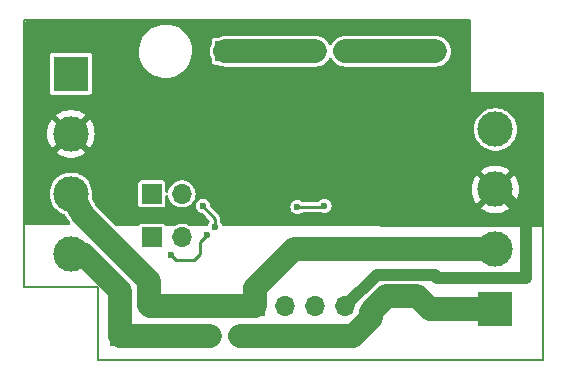
<source format=gbl>
G04 #@! TF.GenerationSoftware,KiCad,Pcbnew,7.0.1-3b83917a11~172~ubuntu20.04.1*
G04 #@! TF.CreationDate,2023-03-26T04:48:50+02:00*
G04 #@! TF.ProjectId,C64Saver2,43363453-6176-4657-9232-2e6b69636164,2.6*
G04 #@! TF.SameCoordinates,Original*
G04 #@! TF.FileFunction,Copper,L2,Bot*
G04 #@! TF.FilePolarity,Positive*
%FSLAX46Y46*%
G04 Gerber Fmt 4.6, Leading zero omitted, Abs format (unit mm)*
G04 Created by KiCad (PCBNEW 7.0.1-3b83917a11~172~ubuntu20.04.1) date 2023-03-26 04:48:50*
%MOMM*%
%LPD*%
G01*
G04 APERTURE LIST*
G04 #@! TA.AperFunction,ComponentPad*
%ADD10R,3.000000X3.000000*%
G04 #@! TD*
G04 #@! TA.AperFunction,ComponentPad*
%ADD11C,3.000000*%
G04 #@! TD*
G04 #@! TA.AperFunction,ComponentPad*
%ADD12R,1.700000X1.700000*%
G04 #@! TD*
G04 #@! TA.AperFunction,ComponentPad*
%ADD13O,1.700000X1.700000*%
G04 #@! TD*
G04 #@! TA.AperFunction,ViaPad*
%ADD14C,0.600000*%
G04 #@! TD*
G04 #@! TA.AperFunction,Conductor*
%ADD15C,2.000000*%
G04 #@! TD*
G04 #@! TA.AperFunction,Conductor*
%ADD16C,0.250000*%
G04 #@! TD*
G04 #@! TA.AperFunction,Conductor*
%ADD17C,0.254000*%
G04 #@! TD*
G04 #@! TA.AperFunction,Conductor*
%ADD18C,1.000000*%
G04 #@! TD*
G04 #@! TA.AperFunction,Profile*
%ADD19C,0.150000*%
G04 #@! TD*
G04 APERTURE END LIST*
D10*
X144399000Y-88265000D03*
D11*
X144399000Y-93345000D03*
X144399000Y-98425000D03*
X144399000Y-103505000D03*
D10*
X180340000Y-108204000D03*
D11*
X180340000Y-103124000D03*
X180340000Y-98044000D03*
X180340000Y-92964000D03*
D12*
X157480000Y-86360000D03*
D13*
X160020000Y-86360000D03*
X162560000Y-86360000D03*
X165100000Y-86360000D03*
X167640000Y-86360000D03*
X170180000Y-86360000D03*
X172720000Y-86360000D03*
X175260000Y-86360000D03*
X166370000Y-110490000D03*
X163830000Y-110490000D03*
X161290000Y-110490000D03*
X158750000Y-110490000D03*
X156210000Y-110490000D03*
X153670000Y-110490000D03*
X151130000Y-110490000D03*
D12*
X148590000Y-110490000D03*
X160020000Y-107950000D03*
D13*
X162560000Y-107950000D03*
X165100000Y-107950000D03*
X167640000Y-107950000D03*
D12*
X151252000Y-98425000D03*
D13*
X153792000Y-98425000D03*
D12*
X151252000Y-102108000D03*
D13*
X153792000Y-102108000D03*
D14*
X163576000Y-99568000D03*
X165862000Y-99441000D03*
X155575000Y-99441000D03*
X156591000Y-101219000D03*
X152908000Y-103632000D03*
X155913460Y-101875270D03*
D15*
X144399000Y-98425000D02*
X145415000Y-100203000D01*
X151003000Y-107823000D02*
X151130000Y-107950000D01*
X145415000Y-100203000D02*
X151003000Y-105844734D01*
X151003000Y-105844734D02*
X151003000Y-107823000D01*
X151130000Y-107950000D02*
X160020000Y-107950000D01*
X148590000Y-106683720D02*
X148590000Y-110490000D01*
X145411280Y-103505000D02*
X148590000Y-106683720D01*
X144399000Y-103505000D02*
X145411280Y-103505000D01*
D16*
X165735000Y-99568000D02*
X165862000Y-99441000D01*
X163576000Y-99568000D02*
X165735000Y-99568000D01*
D17*
X155575000Y-99441000D02*
X156591000Y-100584000D01*
X156591000Y-100584000D02*
X156591000Y-101219000D01*
X155302547Y-102486183D02*
X155913460Y-101875270D01*
X153289000Y-104013000D02*
X154813000Y-104013000D01*
X152908000Y-103632000D02*
X153289000Y-104013000D01*
X154813000Y-104013000D02*
X155302547Y-103523453D01*
X155302547Y-103523453D02*
X155302547Y-102486183D01*
D15*
X157480000Y-86360000D02*
X165100000Y-86360000D01*
D18*
X175431706Y-105512608D02*
X182967892Y-105512608D01*
X182967892Y-100417892D02*
X180594000Y-98044000D01*
X182967892Y-105512608D02*
X182967892Y-100417892D01*
X167640000Y-107950000D02*
X170277392Y-105312608D01*
X175231706Y-105312608D02*
X175431706Y-105512608D01*
X170277392Y-105312608D02*
X175231706Y-105312608D01*
D15*
X170180000Y-86360000D02*
X167640000Y-86360000D01*
X175260000Y-86360000D02*
X172720000Y-86360000D01*
X172720000Y-86360000D02*
X170180000Y-86360000D01*
X169790001Y-108982001D02*
X168282002Y-110490000D01*
X174811342Y-108204000D02*
X173719961Y-107112619D01*
X169790001Y-108402577D02*
X169790001Y-108982001D01*
X167572081Y-110490000D02*
X166370000Y-110490000D01*
X163830000Y-110490000D02*
X161290000Y-110490000D01*
X180594000Y-108204000D02*
X174811342Y-108204000D01*
X171079959Y-107112619D02*
X169790001Y-108402577D01*
X173719961Y-107112619D02*
X171079959Y-107112619D01*
X168282002Y-110490000D02*
X167572081Y-110490000D01*
X161290000Y-110490000D02*
X158750000Y-110490000D01*
X166370000Y-110490000D02*
X163830000Y-110490000D01*
X160020000Y-106426000D02*
X160020000Y-107950000D01*
X163322000Y-103124000D02*
X160020000Y-106426000D01*
X180594000Y-103124000D02*
X163322000Y-103124000D01*
X153670000Y-110490000D02*
X151130000Y-110490000D01*
X151130000Y-110490000D02*
X148590000Y-110490000D01*
X156210000Y-110490000D02*
X153670000Y-110490000D01*
G04 #@! TA.AperFunction,Conductor*
G36*
X178042500Y-83785381D02*
G01*
X178088619Y-83831500D01*
X178105500Y-83894500D01*
X178105500Y-89870470D01*
X178103586Y-89892350D01*
X178101875Y-89902047D01*
X178103586Y-89911746D01*
X178105128Y-89929373D01*
X178109707Y-89946467D01*
X178111418Y-89956171D01*
X178114935Y-89962262D01*
X178119452Y-89967645D01*
X178127982Y-89972570D01*
X178145972Y-89985167D01*
X178153518Y-89991499D01*
X178153519Y-89991499D01*
X178153520Y-89991500D01*
X178153521Y-89991500D01*
X178160123Y-89993903D01*
X178167047Y-89995124D01*
X178167047Y-89995123D01*
X178167048Y-89995124D01*
X178176746Y-89993413D01*
X178198625Y-89991500D01*
X184202500Y-89991500D01*
X184265500Y-90008381D01*
X184311619Y-90054500D01*
X184328500Y-90117500D01*
X184328500Y-101091006D01*
X184311560Y-101154108D01*
X184265296Y-101200243D01*
X184202146Y-101217005D01*
X184052024Y-101216584D01*
X157292677Y-101141416D01*
X157244595Y-101131734D01*
X157203852Y-101104428D01*
X157176622Y-101063634D01*
X157163354Y-101031603D01*
X157115536Y-100916159D01*
X157044537Y-100823631D01*
X157025187Y-100787428D01*
X157018500Y-100746927D01*
X157018500Y-100631431D01*
X157020337Y-100609995D01*
X157020484Y-100609141D01*
X157023231Y-100593232D01*
X157019535Y-100564571D01*
X157018892Y-100554563D01*
X157018500Y-100551961D01*
X157014598Y-100526080D01*
X157014246Y-100523566D01*
X157006749Y-100465420D01*
X157006748Y-100465419D01*
X157006151Y-100460783D01*
X157004122Y-100456569D01*
X156978715Y-100403812D01*
X156977597Y-100401423D01*
X156951387Y-100343887D01*
X156908388Y-100297546D01*
X156906578Y-100295553D01*
X156259865Y-99568000D01*
X162970318Y-99568000D01*
X162970922Y-99572585D01*
X162990955Y-99724761D01*
X163051464Y-99870842D01*
X163147717Y-99996282D01*
X163273157Y-100092535D01*
X163273158Y-100092535D01*
X163273159Y-100092536D01*
X163419238Y-100153044D01*
X163576000Y-100173682D01*
X163732762Y-100153044D01*
X163878841Y-100092536D01*
X163878841Y-100092535D01*
X163878843Y-100092535D01*
X163973975Y-100019538D01*
X164010178Y-100000187D01*
X164050679Y-99993500D01*
X165601607Y-99993500D01*
X165649823Y-100003090D01*
X165705238Y-100026044D01*
X165862000Y-100046682D01*
X166018762Y-100026044D01*
X166164841Y-99965536D01*
X166290282Y-99869282D01*
X166386536Y-99743841D01*
X166432658Y-99632494D01*
X179110715Y-99632494D01*
X179179321Y-99688310D01*
X179414026Y-99831036D01*
X179665989Y-99940480D01*
X179930513Y-100014596D01*
X180202645Y-100052000D01*
X180477355Y-100052000D01*
X180749486Y-100014596D01*
X181014010Y-99940480D01*
X181265970Y-99831038D01*
X181500681Y-99688307D01*
X181569283Y-99632493D01*
X181569283Y-99632492D01*
X180340001Y-98403210D01*
X180339999Y-98403210D01*
X179110715Y-99632492D01*
X179110715Y-99632494D01*
X166432658Y-99632494D01*
X166447044Y-99597762D01*
X166467682Y-99441000D01*
X166447044Y-99284238D01*
X166386536Y-99138159D01*
X166386535Y-99138158D01*
X166386535Y-99138157D01*
X166290282Y-99012717D01*
X166164842Y-98916464D01*
X166018761Y-98855955D01*
X165862000Y-98835318D01*
X165705238Y-98855955D01*
X165559157Y-98916464D01*
X165433719Y-99012716D01*
X165371958Y-99093205D01*
X165327724Y-99129506D01*
X165271996Y-99142500D01*
X164050679Y-99142500D01*
X164010178Y-99135813D01*
X163973975Y-99116462D01*
X163878843Y-99043464D01*
X163732761Y-98982955D01*
X163576000Y-98962318D01*
X163419238Y-98982955D01*
X163273157Y-99043464D01*
X163147717Y-99139717D01*
X163051464Y-99265157D01*
X162990955Y-99411238D01*
X162970318Y-99567999D01*
X162970318Y-99568000D01*
X156259865Y-99568000D01*
X156212240Y-99514422D01*
X156191820Y-99483097D01*
X156181492Y-99447158D01*
X156180681Y-99441002D01*
X156180682Y-99441000D01*
X156160044Y-99284238D01*
X156099536Y-99138159D01*
X156099535Y-99138158D01*
X156099535Y-99138157D01*
X156003282Y-99012717D01*
X155877842Y-98916464D01*
X155731761Y-98855955D01*
X155575000Y-98835318D01*
X155418238Y-98855955D01*
X155272157Y-98916464D01*
X155146717Y-99012717D01*
X155050464Y-99138157D01*
X154989955Y-99284238D01*
X154969318Y-99441000D01*
X154989955Y-99597761D01*
X155050464Y-99743842D01*
X155146717Y-99869282D01*
X155272156Y-99965535D01*
X155326119Y-99987887D01*
X155418238Y-100026044D01*
X155490415Y-100035545D01*
X155532991Y-100049146D01*
X155568141Y-100076756D01*
X155654297Y-100173682D01*
X156112106Y-100688717D01*
X156139492Y-100739273D01*
X156141566Y-100796732D01*
X156117895Y-100849130D01*
X156066465Y-100916156D01*
X156007008Y-101059696D01*
X155979611Y-101100656D01*
X155938599Y-101127976D01*
X155890245Y-101137477D01*
X154438932Y-101133401D01*
X154372955Y-101114528D01*
X154307020Y-101073702D01*
X154108198Y-100996679D01*
X154014806Y-100979221D01*
X153898610Y-100957500D01*
X153685390Y-100957500D01*
X153569194Y-100979221D01*
X153475801Y-100996679D01*
X153385652Y-101031603D01*
X153276981Y-101073702D01*
X153276980Y-101073702D01*
X153276979Y-101073703D01*
X153216887Y-101110909D01*
X153150205Y-101129780D01*
X152448617Y-101127809D01*
X152400589Y-101118150D01*
X152359876Y-101090904D01*
X152274766Y-101005794D01*
X152171992Y-100960415D01*
X152166965Y-100959831D01*
X152146865Y-100957500D01*
X152146861Y-100957500D01*
X150357134Y-100957500D01*
X150332009Y-100960414D01*
X150229234Y-101005794D01*
X150150828Y-101084200D01*
X150109787Y-101111581D01*
X150061379Y-101121104D01*
X148201823Y-101115881D01*
X148153517Y-101106106D01*
X148112658Y-101078550D01*
X146470972Y-99421078D01*
X146451094Y-99394924D01*
X146423739Y-99347052D01*
X146408204Y-99319865D01*
X150101500Y-99319865D01*
X150104414Y-99344990D01*
X150149794Y-99447766D01*
X150229233Y-99527205D01*
X150229234Y-99527205D01*
X150229235Y-99527206D01*
X150332009Y-99572585D01*
X150357135Y-99575500D01*
X152146864Y-99575499D01*
X152146865Y-99575499D01*
X152159427Y-99574041D01*
X152171991Y-99572585D01*
X152274765Y-99527206D01*
X152354206Y-99447765D01*
X152399585Y-99344991D01*
X152402500Y-99319865D01*
X152402499Y-98624305D01*
X152418422Y-98562996D01*
X152462168Y-98517181D01*
X152522679Y-98498442D01*
X152584661Y-98511517D01*
X152632448Y-98553099D01*
X152653961Y-98612680D01*
X152656243Y-98637307D01*
X152714594Y-98842387D01*
X152809635Y-99033257D01*
X152872470Y-99116462D01*
X152938128Y-99203407D01*
X153093436Y-99344990D01*
X153095698Y-99347052D01*
X153276978Y-99459297D01*
X153276981Y-99459298D01*
X153475802Y-99536321D01*
X153685390Y-99575500D01*
X153898608Y-99575500D01*
X153898610Y-99575500D01*
X154108198Y-99536321D01*
X154307019Y-99459298D01*
X154325646Y-99447765D01*
X154410986Y-99394924D01*
X154488302Y-99347052D01*
X154645872Y-99203407D01*
X154774366Y-99033255D01*
X154869405Y-98842389D01*
X154927756Y-98637310D01*
X154947429Y-98425000D01*
X154927756Y-98212690D01*
X154879759Y-98044000D01*
X178327308Y-98044000D01*
X178346053Y-98318056D01*
X178401945Y-98587020D01*
X178493936Y-98845860D01*
X178620318Y-99089765D01*
X178750540Y-99274248D01*
X178750541Y-99274248D01*
X179980790Y-98044001D01*
X180699210Y-98044001D01*
X181929457Y-99274247D01*
X182059683Y-99089761D01*
X182186063Y-98845860D01*
X182278054Y-98587020D01*
X182333946Y-98318056D01*
X182352691Y-98044000D01*
X182333946Y-97769943D01*
X182278054Y-97500979D01*
X182186063Y-97242139D01*
X182059683Y-96998238D01*
X181929457Y-96813750D01*
X180699210Y-98043999D01*
X180699210Y-98044001D01*
X179980790Y-98044001D01*
X179980790Y-98043999D01*
X178750541Y-96813750D01*
X178620316Y-96998240D01*
X178493936Y-97242139D01*
X178401945Y-97500979D01*
X178346053Y-97769943D01*
X178327308Y-98044000D01*
X154879759Y-98044000D01*
X154869405Y-98007611D01*
X154774366Y-97816745D01*
X154645872Y-97646593D01*
X154488302Y-97502948D01*
X154488301Y-97502947D01*
X154307021Y-97390702D01*
X154108198Y-97313679D01*
X153898610Y-97274500D01*
X153685390Y-97274500D01*
X153545664Y-97300619D01*
X153475801Y-97313679D01*
X153276978Y-97390702D01*
X153095698Y-97502947D01*
X152938127Y-97646594D01*
X152809635Y-97816742D01*
X152714594Y-98007612D01*
X152656243Y-98212693D01*
X152653961Y-98237321D01*
X152632448Y-98296902D01*
X152584661Y-98338485D01*
X152522679Y-98351560D01*
X152462168Y-98332821D01*
X152418422Y-98287006D01*
X152402499Y-98225694D01*
X152402499Y-97530134D01*
X152399585Y-97505009D01*
X152354205Y-97402233D01*
X152274766Y-97322794D01*
X152171992Y-97277415D01*
X152166965Y-97276832D01*
X152146865Y-97274500D01*
X152146861Y-97274500D01*
X150357134Y-97274500D01*
X150332009Y-97277414D01*
X150229233Y-97322794D01*
X150149794Y-97402233D01*
X150104415Y-97505007D01*
X150101500Y-97530138D01*
X150101500Y-99319865D01*
X146408204Y-99319865D01*
X146170578Y-98904021D01*
X146155344Y-98860011D01*
X146157137Y-98813471D01*
X146184383Y-98694103D01*
X146204549Y-98425000D01*
X146184383Y-98155897D01*
X146124334Y-97892805D01*
X146025743Y-97641602D01*
X145890815Y-97407898D01*
X145722561Y-97196915D01*
X145524741Y-97013365D01*
X145301775Y-96861349D01*
X145202935Y-96813750D01*
X145058641Y-96744261D01*
X144872197Y-96686751D01*
X144800772Y-96664720D01*
X144533929Y-96624500D01*
X144264071Y-96624500D01*
X143997228Y-96664720D01*
X143997224Y-96664721D01*
X143997225Y-96664721D01*
X143739358Y-96744261D01*
X143496225Y-96861349D01*
X143273258Y-97013364D01*
X143075442Y-97196912D01*
X143075439Y-97196915D01*
X142907185Y-97407898D01*
X142907183Y-97407901D01*
X142772258Y-97641599D01*
X142673665Y-97892806D01*
X142613617Y-98155894D01*
X142593451Y-98425000D01*
X142613617Y-98694105D01*
X142673665Y-98957193D01*
X142695457Y-99012716D01*
X142772257Y-99208398D01*
X142907185Y-99442102D01*
X143075439Y-99653085D01*
X143166012Y-99737124D01*
X143273258Y-99836635D01*
X143425274Y-99940276D01*
X143496226Y-99988651D01*
X143593602Y-100035545D01*
X143739358Y-100105738D01*
X143840154Y-100136829D01*
X143881794Y-100158895D01*
X143912414Y-100194717D01*
X144286364Y-100849130D01*
X144286448Y-100849276D01*
X144324663Y-100916204D01*
X144341242Y-100979221D01*
X144324122Y-101042094D01*
X144277882Y-101088007D01*
X144214889Y-101104680D01*
X140663146Y-101094705D01*
X140600296Y-101077706D01*
X140554322Y-101031603D01*
X140537500Y-100968705D01*
X140537500Y-96455505D01*
X179110714Y-96455505D01*
X180339999Y-97684790D01*
X180340000Y-97684790D01*
X181569283Y-96455504D01*
X181500678Y-96399689D01*
X181265973Y-96256963D01*
X181014010Y-96147519D01*
X180749486Y-96073403D01*
X180477355Y-96036000D01*
X180202645Y-96036000D01*
X179930513Y-96073403D01*
X179665989Y-96147519D01*
X179414026Y-96256963D01*
X179179322Y-96399689D01*
X179110715Y-96455505D01*
X179110714Y-96455505D01*
X140537500Y-96455505D01*
X140537500Y-94933494D01*
X143169715Y-94933494D01*
X143238321Y-94989310D01*
X143473026Y-95132036D01*
X143724989Y-95241480D01*
X143989513Y-95315596D01*
X144261645Y-95353000D01*
X144536355Y-95353000D01*
X144808486Y-95315596D01*
X145073010Y-95241480D01*
X145324970Y-95132038D01*
X145559681Y-94989307D01*
X145628283Y-94933493D01*
X145628283Y-94933492D01*
X144399001Y-93704210D01*
X144398999Y-93704210D01*
X143169715Y-94933492D01*
X143169715Y-94933494D01*
X140537500Y-94933494D01*
X140537500Y-93345000D01*
X142386308Y-93345000D01*
X142405053Y-93619056D01*
X142460945Y-93888020D01*
X142552936Y-94146860D01*
X142679318Y-94390765D01*
X142809540Y-94575248D01*
X142809541Y-94575248D01*
X144039790Y-93345001D01*
X144758210Y-93345001D01*
X145988457Y-94575247D01*
X146118683Y-94390761D01*
X146245063Y-94146860D01*
X146337054Y-93888020D01*
X146392946Y-93619056D01*
X146411691Y-93345000D01*
X146392946Y-93070943D01*
X146370723Y-92963999D01*
X178534451Y-92963999D01*
X178554617Y-93233105D01*
X178614665Y-93496193D01*
X178614666Y-93496195D01*
X178713257Y-93747398D01*
X178848185Y-93981102D01*
X179016439Y-94192085D01*
X179107012Y-94276124D01*
X179214258Y-94375635D01*
X179366273Y-94479276D01*
X179437226Y-94527651D01*
X179536060Y-94575247D01*
X179680358Y-94644738D01*
X179737868Y-94662477D01*
X179938228Y-94724280D01*
X180205071Y-94764500D01*
X180474927Y-94764500D01*
X180474929Y-94764500D01*
X180741772Y-94724280D01*
X180999641Y-94644738D01*
X181242775Y-94527651D01*
X181465741Y-94375635D01*
X181663561Y-94192085D01*
X181831815Y-93981102D01*
X181966743Y-93747398D01*
X182065334Y-93496195D01*
X182125383Y-93233103D01*
X182145549Y-92964000D01*
X182125383Y-92694897D01*
X182065334Y-92431805D01*
X181966743Y-92180602D01*
X181831815Y-91946898D01*
X181663561Y-91735915D01*
X181465741Y-91552365D01*
X181242775Y-91400349D01*
X181188898Y-91374403D01*
X180999641Y-91283261D01*
X180813197Y-91225751D01*
X180741772Y-91203720D01*
X180474929Y-91163500D01*
X180205071Y-91163500D01*
X179938228Y-91203720D01*
X179938224Y-91203721D01*
X179938225Y-91203721D01*
X179680358Y-91283261D01*
X179437225Y-91400349D01*
X179214258Y-91552364D01*
X179016442Y-91735912D01*
X179016439Y-91735915D01*
X178848185Y-91946898D01*
X178848183Y-91946901D01*
X178713258Y-92180599D01*
X178614665Y-92431806D01*
X178554617Y-92694894D01*
X178534451Y-92963999D01*
X146370723Y-92963999D01*
X146337054Y-92801979D01*
X146245063Y-92543139D01*
X146118683Y-92299238D01*
X145988457Y-92114750D01*
X144758210Y-93344999D01*
X144758210Y-93345001D01*
X144039790Y-93345001D01*
X144039790Y-93344999D01*
X142809541Y-92114750D01*
X142679316Y-92299240D01*
X142552936Y-92543139D01*
X142460945Y-92801979D01*
X142405053Y-93070943D01*
X142386308Y-93345000D01*
X140537500Y-93345000D01*
X140537500Y-91756505D01*
X143169714Y-91756505D01*
X144398999Y-92985790D01*
X144399000Y-92985790D01*
X145628283Y-91756504D01*
X145559678Y-91700689D01*
X145324973Y-91557963D01*
X145073010Y-91448519D01*
X144808486Y-91374403D01*
X144536355Y-91337000D01*
X144261645Y-91337000D01*
X143989513Y-91374403D01*
X143724989Y-91448519D01*
X143473026Y-91557963D01*
X143238322Y-91700689D01*
X143169715Y-91756505D01*
X143169714Y-91756505D01*
X140537500Y-91756505D01*
X140537500Y-89809865D01*
X142598500Y-89809865D01*
X142601414Y-89834990D01*
X142646794Y-89937766D01*
X142726233Y-90017205D01*
X142726234Y-90017205D01*
X142726235Y-90017206D01*
X142829009Y-90062585D01*
X142854135Y-90065500D01*
X145943864Y-90065499D01*
X145943865Y-90065499D01*
X145956427Y-90064041D01*
X145968991Y-90062585D01*
X146071765Y-90017206D01*
X146151206Y-89937765D01*
X146196585Y-89834991D01*
X146199500Y-89809865D01*
X146199499Y-86720136D01*
X146196585Y-86695009D01*
X146151206Y-86592235D01*
X146151205Y-86592234D01*
X146151205Y-86592233D01*
X146071766Y-86512794D01*
X145968992Y-86467415D01*
X145962709Y-86466686D01*
X145943865Y-86464500D01*
X145943862Y-86464500D01*
X142854134Y-86464500D01*
X142829009Y-86467414D01*
X142726233Y-86512794D01*
X142646794Y-86592233D01*
X142601415Y-86695007D01*
X142598500Y-86720137D01*
X142598500Y-89809865D01*
X140537500Y-89809865D01*
X140537500Y-86432833D01*
X150150803Y-86432833D01*
X150179705Y-86720136D01*
X150180962Y-86732622D01*
X150250811Y-87025721D01*
X150359103Y-87306894D01*
X150444216Y-87462206D01*
X150503906Y-87571127D01*
X150682632Y-87813696D01*
X150682634Y-87813698D01*
X150892100Y-88030284D01*
X151128565Y-88217018D01*
X151387810Y-88370569D01*
X151537446Y-88434020D01*
X151665208Y-88488196D01*
X151955806Y-88567800D01*
X152142237Y-88592872D01*
X152254427Y-88607960D01*
X152480319Y-88607960D01*
X152480324Y-88607960D01*
X152705714Y-88592872D01*
X153000983Y-88532856D01*
X153285617Y-88434020D01*
X153554539Y-88298128D01*
X153802949Y-88127604D01*
X154026413Y-87925492D01*
X154220945Y-87695399D01*
X154220947Y-87695397D01*
X154369810Y-87462206D01*
X154383073Y-87441430D01*
X154509903Y-87168118D01*
X154599173Y-86880339D01*
X154649289Y-86583230D01*
X154656752Y-86360000D01*
X156174532Y-86360000D01*
X156194365Y-86586692D01*
X156253260Y-86806496D01*
X156317695Y-86944675D01*
X156329500Y-86997925D01*
X156329500Y-87254865D01*
X156332414Y-87279990D01*
X156377794Y-87382766D01*
X156457233Y-87462205D01*
X156457234Y-87462205D01*
X156457235Y-87462206D01*
X156560009Y-87507585D01*
X156585135Y-87510500D01*
X156842075Y-87510499D01*
X156895324Y-87522303D01*
X157033504Y-87586739D01*
X157253308Y-87645635D01*
X157423216Y-87660500D01*
X165156779Y-87660500D01*
X165156784Y-87660500D01*
X165326692Y-87645635D01*
X165546496Y-87586739D01*
X165752734Y-87490568D01*
X165939139Y-87360047D01*
X166100047Y-87199139D01*
X166230568Y-87012734D01*
X166255805Y-86958612D01*
X166302300Y-86905596D01*
X166370000Y-86885863D01*
X166437700Y-86905596D01*
X166484194Y-86958612D01*
X166491902Y-86975142D01*
X166509432Y-87012735D01*
X166518526Y-87025722D01*
X166639953Y-87199139D01*
X166800861Y-87360047D01*
X166987266Y-87490568D01*
X167193504Y-87586739D01*
X167413308Y-87645635D01*
X167583216Y-87660500D01*
X170123216Y-87660500D01*
X170236784Y-87660500D01*
X172663216Y-87660500D01*
X172776784Y-87660500D01*
X175316779Y-87660500D01*
X175316784Y-87660500D01*
X175486692Y-87645635D01*
X175706496Y-87586739D01*
X175912734Y-87490568D01*
X176099139Y-87360047D01*
X176260047Y-87199139D01*
X176390568Y-87012734D01*
X176486739Y-86806496D01*
X176545635Y-86586692D01*
X176565468Y-86360000D01*
X176545635Y-86133308D01*
X176486739Y-85913504D01*
X176390568Y-85707266D01*
X176260047Y-85520861D01*
X176099139Y-85359953D01*
X175912734Y-85229432D01*
X175869990Y-85209500D01*
X175706495Y-85133260D01*
X175486692Y-85074365D01*
X175486691Y-85074364D01*
X175316784Y-85059500D01*
X172776784Y-85059500D01*
X170236784Y-85059500D01*
X167583216Y-85059500D01*
X167441625Y-85071887D01*
X167413307Y-85074365D01*
X167193504Y-85133260D01*
X166987265Y-85229432D01*
X166800858Y-85359955D01*
X166639955Y-85520858D01*
X166509430Y-85707267D01*
X166484194Y-85761387D01*
X166437699Y-85814404D01*
X166370000Y-85834136D01*
X166302301Y-85814404D01*
X166255806Y-85761387D01*
X166230569Y-85707267D01*
X166197937Y-85660664D01*
X166100047Y-85520861D01*
X165939139Y-85359953D01*
X165752734Y-85229432D01*
X165709990Y-85209500D01*
X165546495Y-85133260D01*
X165326692Y-85074365D01*
X165326691Y-85074364D01*
X165156784Y-85059500D01*
X157423216Y-85059500D01*
X157281625Y-85071887D01*
X157253307Y-85074365D01*
X157033501Y-85133261D01*
X156895322Y-85197695D01*
X156842073Y-85209500D01*
X156585134Y-85209500D01*
X156560009Y-85212414D01*
X156457233Y-85257794D01*
X156377794Y-85337233D01*
X156332415Y-85440007D01*
X156329500Y-85465138D01*
X156329500Y-85722075D01*
X156317695Y-85775325D01*
X156253260Y-85913503D01*
X156194365Y-86133307D01*
X156174532Y-86360000D01*
X154656752Y-86360000D01*
X154659357Y-86282091D01*
X154629198Y-85982298D01*
X154559349Y-85689199D01*
X154451057Y-85408026D01*
X154306255Y-85143795D01*
X154306253Y-85143792D01*
X154127527Y-84901223D01*
X154019407Y-84789428D01*
X153918060Y-84684636D01*
X153681595Y-84497902D01*
X153422350Y-84344351D01*
X153422347Y-84344350D01*
X153422346Y-84344349D01*
X153144951Y-84226723D01*
X152854353Y-84147119D01*
X152584347Y-84110808D01*
X152555733Y-84106960D01*
X152329836Y-84106960D01*
X152217141Y-84114503D01*
X152104441Y-84122048D01*
X151809176Y-84182063D01*
X151524542Y-84280899D01*
X151255625Y-84416789D01*
X151007210Y-84587316D01*
X150783745Y-84789429D01*
X150589212Y-85019522D01*
X150427087Y-85273488D01*
X150300258Y-85546798D01*
X150210986Y-85834581D01*
X150160871Y-86131687D01*
X150150803Y-86432833D01*
X140537500Y-86432833D01*
X140537500Y-83894500D01*
X140554381Y-83831500D01*
X140600500Y-83785381D01*
X140663500Y-83768500D01*
X177979500Y-83768500D01*
X178042500Y-83785381D01*
G37*
G04 #@! TD.AperFunction*
D19*
X146685000Y-106299000D02*
X140462000Y-106299000D01*
X184404000Y-89916000D02*
X184404000Y-112522000D01*
X140462000Y-106299000D02*
X140462000Y-83693000D01*
X178181000Y-83693000D02*
X178181000Y-89916000D01*
X140462000Y-83693000D02*
X178181000Y-83693000D01*
X184404000Y-112522000D02*
X146685000Y-112522000D01*
X178181000Y-89916000D02*
X184404000Y-89916000D01*
X146685000Y-112522000D02*
X146685000Y-106299000D01*
M02*

</source>
